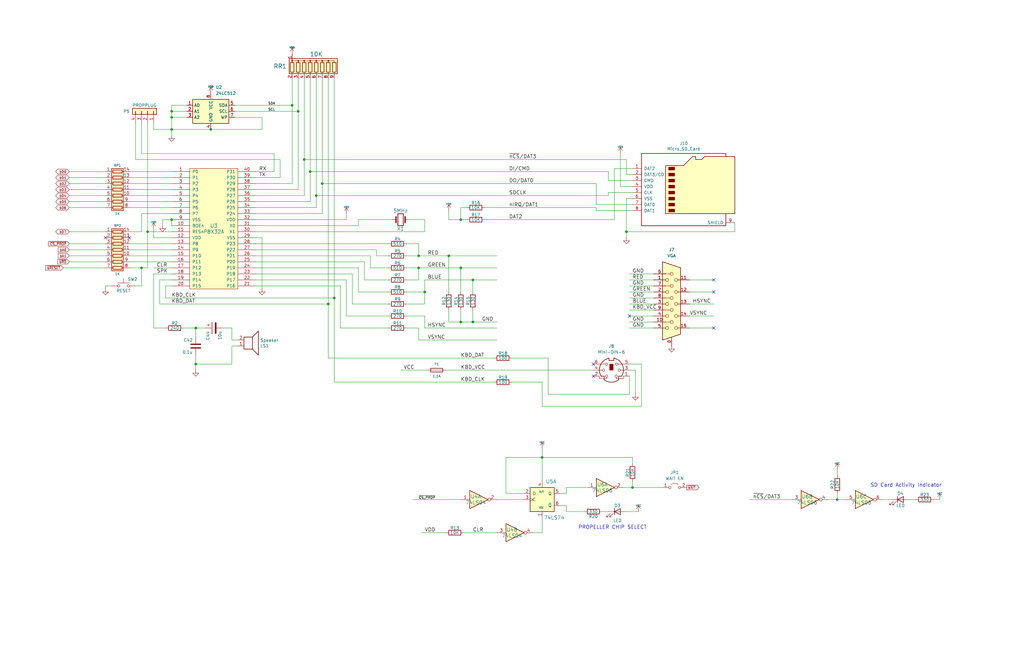
<source format=kicad_sch>
(kicad_sch (version 20211123) (generator eeschema)
  (paper "B")
  (lib_symbols
    (symbol "74xx:74LS04"
      (property "Reference" "U" (at 0 1.27 0))
      (property "Value" "74LS04" (at 0 -1.27 0))
      (symbol "74LS04_1_0"
        (pin input line (at -7.62 0 0) (length 3.81) (name "~") (number "1"))
        (pin output inverted (at 7.62 0 180) (length 3.81) (name "~") (number "2"))
      )
      (symbol "74LS04_2_0"
        (pin input line (at -7.62 0 0) (length 3.81) (name "~") (number "3"))
        (pin output inverted (at 7.62 0 180) (length 3.81) (name "~") (number "4"))
      )
      (symbol "74LS04_3_0"
        (pin input line (at -7.62 0 0) (length 3.81) (name "~") (number "5"))
        (pin output inverted (at 7.62 0 180) (length 3.81) (name "~") (number "6"))
      )
      (symbol "74LS04_4_0"
        (pin output inverted (at 7.62 0 180) (length 3.81) (name "~") (number "8"))
        (pin input line (at -7.62 0 0) (length 3.81) (name "~") (number "9"))
      )
      (symbol "74LS04_5_0"
        (pin output inverted (at 7.62 0 180) (length 3.81) (name "~") (number "10"))
        (pin input line (at -7.62 0 0) (length 3.81) (name "~") (number "11"))
      )
      (symbol "74LS04_6_0"
        (pin output inverted (at 7.62 0 180) (length 3.81) (name "~") (number "12"))
        (pin input line (at -7.62 0 0) (length 3.81) (name "~") (number "13"))
      )
      (symbol "74LS04_7_0"
        (pin power_in line (at 0 12.7 270) (length 5.08) (name "VCC") (number "14"))
        (pin power_in line (at 0 -12.7 90) (length 5.08) (name "GND") (number "7"))
      )
    )
    (symbol "74xx:74LS06" (pin_names (offset 1.016))
      (property "Reference" "U" (at 0 1.27 0))
      (property "Value" "74LS06" (at 0 -1.27 0))
      (symbol "74LS06_1_0"
        (pin input line (at -7.62 0 0) (length 3.81) (name "~") (number "1"))
        (pin open_collector inverted (at 7.62 0 180) (length 3.81) (name "~") (number "2"))
      )
      (symbol "74LS06_2_0"
        (pin input line (at -7.62 0 0) (length 3.81) (name "~") (number "3"))
        (pin open_collector inverted (at 7.62 0 180) (length 3.81) (name "~") (number "4"))
      )
      (symbol "74LS06_3_0"
        (pin input line (at -7.62 0 0) (length 3.81) (name "~") (number "5"))
        (pin open_collector inverted (at 7.62 0 180) (length 3.81) (name "~") (number "6"))
      )
      (symbol "74LS06_4_0"
        (pin open_collector inverted (at 7.62 0 180) (length 3.81) (name "~") (number "8"))
        (pin input line (at -7.62 0 0) (length 3.81) (name "~") (number "9"))
      )
      (symbol "74LS06_5_0"
        (pin open_collector inverted (at 7.62 0 180) (length 3.81) (name "~") (number "10"))
        (pin input line (at -7.62 0 0) (length 3.81) (name "~") (number "11"))
      )
      (symbol "74LS06_6_0"
        (pin open_collector inverted (at 7.62 0 180) (length 3.81) (name "~") (number "12"))
        (pin input line (at -7.62 0 0) (length 3.81) (name "~") (number "13"))
      )
      (symbol "74LS06_7_0"
        (pin power_in line (at 0 12.7 270) (length 5.08) (name "VCC") (number "14"))
        (pin power_in line (at 0 -12.7 90) (length 5.08) (name "GND") (number "7"))
      )
    )
    (symbol "74xx:74LS74" (pin_names (offset 1.016))
      (property "Reference" "U" (at -7.62 8.89 0))
      (property "Value" "74LS74" (at -7.62 -8.89 0))
      (symbol "74LS74_1_0"
        (pin input line (at 0 -7.62 90) (length 2.54) (name "~{R}") (number "1"))
        (pin input line (at -7.62 2.54 0) (length 2.54) (name "D") (number "2"))
        (pin input clock (at -7.62 0 0) (length 2.54) (name "C") (number "3"))
        (pin input line (at 0 7.62 270) (length 2.54) (name "~{S}") (number "4"))
        (pin output line (at 7.62 2.54 180) (length 2.54) (name "Q") (number "5"))
        (pin output line (at 7.62 -2.54 180) (length 2.54) (name "~{Q}") (number "6"))
      )
      (symbol "74LS74_2_0"
        (pin input line (at 0 7.62 270) (length 2.54) (name "~{S}") (number "10"))
        (pin input clock (at -7.62 0 0) (length 2.54) (name "C") (number "11"))
        (pin input line (at -7.62 2.54 0) (length 2.54) (name "D") (number "12"))
        (pin input line (at 0 -7.62 90) (length 2.54) (name "~{R}") (number "13"))
        (pin output line (at 7.62 -2.54 180) (length 2.54) (name "~{Q}") (number "8"))
        (pin output line (at 7.62 2.54 180) (length 2.54) (name "Q") (number "9"))
      )
      (symbol "74LS74_3_0"
        (pin power_in line (at 0 10.16 270) (length 2.54) (name "VCC") (number "14"))
        (pin power_in line (at 0 -10.16 90) (length 2.54) (name "GND") (number "7"))
      )
    )
    (symbol "Connector:DB15_Female_HighDensity_MountingHoles" (pin_names (offset 1.016) hide)
      (property "Reference" "J" (at 0 21.59 0))
      (property "Value" "DB15_Female_HighDensity_MountingHoles" (at 0 19.05 0))
      (symbol "DB15_Female_HighDensity_MountingHoles_1_1"
        (pin passive line (at 0 -17.78 90) (length 3.81) (name "~") (number "0"))
        (pin passive line (at -7.62 10.16 0) (length 5.08) (name "~") (number "1"))
        (pin passive line (at -7.62 -7.62 0) (length 5.08) (name "~") (number "10"))
        (pin passive line (at 7.62 10.16 180) (length 5.08) (name "~") (number "11"))
        (pin passive line (at 7.62 5.08 180) (length 5.08) (name "~") (number "12"))
        (pin passive line (at 7.62 0 180) (length 5.08) (name "~") (number "13"))
        (pin passive line (at 7.62 -5.08 180) (length 5.08) (name "~") (number "14"))
        (pin passive line (at 7.62 -10.16 180) (length 5.08) (name "~") (number "15"))
        (pin passive line (at -7.62 5.08 0) (length 5.08) (name "~") (number "2"))
        (pin passive line (at -7.62 0 0) (length 5.08) (name "~") (number "3"))
        (pin passive line (at -7.62 -5.08 0) (length 5.08) (name "~") (number "4"))
        (pin passive line (at -7.62 -10.16 0) (length 5.08) (name "~") (number "5"))
        (pin passive line (at -7.62 12.7 0) (length 5.08) (name "~") (number "6"))
        (pin passive line (at -7.62 7.62 0) (length 5.08) (name "~") (number "7"))
        (pin passive line (at -7.62 2.54 0) (length 5.08) (name "~") (number "8"))
        (pin passive line (at -7.62 -2.54 0) (length 5.08) (name "~") (number "9"))
      )
    )
    (symbol "Connector:Micro_SD_Card" (pin_names (offset 1.016))
      (property "Reference" "J" (at -16.51 15.24 0))
      (property "Value" "Micro_SD_Card" (at 16.51 15.24 0))
      (symbol "Micro_SD_Card_1_1"
        (pin bidirectional line (at -22.86 7.62 0) (length 3.81) (name "DAT2") (number "1"))
        (pin bidirectional line (at -22.86 5.08 0) (length 3.81) (name "DAT3/CD") (number "2"))
        (pin input line (at -22.86 2.54 0) (length 3.81) (name "CMD") (number "3"))
        (pin power_in line (at -22.86 0 0) (length 3.81) (name "VDD") (number "4"))
        (pin input line (at -22.86 -2.54 0) (length 3.81) (name "CLK") (number "5"))
        (pin power_in line (at -22.86 -5.08 0) (length 3.81) (name "VSS") (number "6"))
        (pin bidirectional line (at -22.86 -7.62 0) (length 3.81) (name "DAT0") (number "7"))
        (pin bidirectional line (at -22.86 -10.16 0) (length 3.81) (name "DAT1") (number "8"))
        (pin passive line (at 20.32 -15.24 180) (length 3.81) (name "SHIELD") (number "9"))
      )
    )
    (symbol "Connector:Mini-DIN-6" (pin_names (offset 1.016))
      (property "Reference" "J" (at 0 6.35 0))
      (property "Value" "Mini-DIN-6" (at 0 -6.35 0))
      (symbol "Mini-DIN-6_1_1"
        (pin passive line (at 7.62 -2.54 180) (length 2.54) (name "~") (number "1"))
        (pin passive line (at -7.62 -2.54 0) (length 2.54) (name "~") (number "2"))
        (pin passive line (at 7.62 0 180) (length 2.54) (name "~") (number "3"))
        (pin passive line (at -7.62 0 0) (length 2.54) (name "~") (number "4"))
        (pin passive line (at 7.62 2.54 180) (length 2.54) (name "~") (number "5"))
        (pin passive line (at -7.62 2.54 0) (length 2.54) (name "~") (number "6"))
      )
    )
    (symbol "Connector_Generic:Conn_01x04" (pin_names (offset 1.016) hide)
      (property "Reference" "J" (at 0 5.08 0))
      (property "Value" "Conn_01x04" (at 0 -7.62 0))
      (symbol "Conn_01x04_1_1"
        (pin passive line (at -5.08 2.54 0) (length 3.81) (name "Pin_1") (number "1"))
        (pin passive line (at -5.08 0 0) (length 3.81) (name "Pin_2") (number "2"))
        (pin passive line (at -5.08 -2.54 0) (length 3.81) (name "Pin_3") (number "3"))
        (pin passive line (at -5.08 -5.08 0) (length 3.81) (name "Pin_4") (number "4"))
      )
    )
    (symbol "Device:C" (pin_numbers hide) (pin_names (offset 0.254))
      (property "Reference" "C" (at 0.635 2.54 0))
      (property "Value" "C" (at 0.635 -2.54 0))
      (symbol "C_1_1"
        (pin passive line (at 0 3.81 270) (length 2.794) (name "~") (number "1"))
        (pin passive line (at 0 -3.81 90) (length 2.794) (name "~") (number "2"))
      )
    )
    (symbol "Device:C_Polarized" (pin_numbers hide) (pin_names (offset 0.254))
      (property "Reference" "C" (at 0.635 2.54 0))
      (property "Value" "C_Polarized" (at 0.635 -2.54 0))
      (symbol "C_Polarized_1_1"
        (pin passive line (at 0 3.81 270) (length 2.794) (name "~") (number "1"))
        (pin passive line (at 0 -3.81 90) (length 2.794) (name "~") (number "2"))
      )
    )
    (symbol "Device:Crystal" (pin_numbers hide) (pin_names (offset 1.016) hide)
      (property "Reference" "Y" (at 0 3.81 0))
      (property "Value" "Crystal" (at 0 -3.81 0))
      (symbol "Crystal_1_1"
        (pin passive line (at -3.81 0 0) (length 1.27) (name "1") (number "1"))
        (pin passive line (at 3.81 0 180) (length 1.27) (name "2") (number "2"))
      )
    )
    (symbol "Device:Fuse" (pin_numbers hide) (pin_names (offset 0))
      (property "Reference" "F" (at 2.032 0 90))
      (property "Value" "Fuse" (at -1.905 0 90))
      (symbol "Fuse_1_1"
        (pin passive line (at 0 3.81 270) (length 1.27) (name "~") (number "1"))
        (pin passive line (at 0 -3.81 90) (length 1.27) (name "~") (number "2"))
      )
    )
    (symbol "Device:LED" (pin_numbers hide) (pin_names (offset 1.016) hide)
      (property "Reference" "D" (at 0 2.54 0))
      (property "Value" "LED" (at 0 -2.54 0))
      (symbol "LED_1_1"
        (pin passive line (at -3.81 0 0) (length 2.54) (name "K") (number "1"))
        (pin passive line (at 3.81 0 180) (length 2.54) (name "A") (number "2"))
      )
    )
    (symbol "Device:R" (pin_numbers hide) (pin_names (offset 0))
      (property "Reference" "R" (at 2.032 0 90))
      (property "Value" "R" (at 0 0 90))
      (symbol "R_1_1"
        (pin passive line (at 0 3.81 270) (length 1.27) (name "~") (number "1"))
        (pin passive line (at 0 -3.81 90) (length 1.27) (name "~") (number "2"))
      )
    )
    (symbol "Device:R_Network08" (pin_names (offset 0) hide)
      (property "Reference" "RN" (at -12.7 0 90))
      (property "Value" "R_Network08" (at 10.16 0 90))
      (symbol "R_Network08_1_1"
        (pin passive line (at -10.16 5.08 270) (length 2.54) (name "common") (number "1"))
        (pin passive line (at -10.16 -5.08 90) (length 1.27) (name "R1") (number "2"))
        (pin passive line (at -7.62 -5.08 90) (length 1.27) (name "R2") (number "3"))
        (pin passive line (at -5.08 -5.08 90) (length 1.27) (name "R3") (number "4"))
        (pin passive line (at -2.54 -5.08 90) (length 1.27) (name "R4") (number "5"))
        (pin passive line (at 0 -5.08 90) (length 1.27) (name "R5") (number "6"))
        (pin passive line (at 2.54 -5.08 90) (length 1.27) (name "R6") (number "7"))
        (pin passive line (at 5.08 -5.08 90) (length 1.27) (name "R7") (number "8"))
        (pin passive line (at 7.62 -5.08 90) (length 1.27) (name "R8") (number "9"))
      )
    )
    (symbol "Device:R_Pack07" (pin_names (offset 0) hide)
      (property "Reference" "RN" (at -10.16 0 90))
      (property "Value" "R_Pack07" (at 10.16 0 90))
      (symbol "R_Pack07_1_1"
        (pin passive line (at -7.62 -5.08 90) (length 2.54) (name "R1.1") (number "1"))
        (pin passive line (at 2.54 5.08 270) (length 2.54) (name "R5.2") (number "10"))
        (pin passive line (at 0 5.08 270) (length 2.54) (name "R4.2") (number "11"))
        (pin passive line (at -2.54 5.08 270) (length 2.54) (name "R3.2") (number "12"))
        (pin passive line (at -5.08 5.08 270) (length 2.54) (name "R2.2") (number "13"))
        (pin passive line (at -7.62 5.08 270) (length 2.54) (name "R1.2") (number "14"))
        (pin passive line (at -5.08 -5.08 90) (length 2.54) (name "R2.1") (number "2"))
        (pin passive line (at -2.54 -5.08 90) (length 2.54) (name "R3.1") (number "3"))
        (pin passive line (at 0 -5.08 90) (length 2.54) (name "R4.1") (number "4"))
        (pin passive line (at 2.54 -5.08 90) (length 2.54) (name "R5.1") (number "5"))
        (pin passive line (at 5.08 -5.08 90) (length 2.54) (name "R6.1") (number "6"))
        (pin passive line (at 7.62 -5.08 90) (length 2.54) (name "R7.1") (number "7"))
        (pin passive line (at 7.62 5.08 270) (length 2.54) (name "R7.2") (number "8"))
        (pin passive line (at 5.08 5.08 270) (length 2.54) (name "R6.2") (number "9"))
      )
    )
    (symbol "Device:Speaker" (pin_names (offset 0) hide)
      (property "Reference" "LS" (at 1.27 5.715 0))
      (property "Value" "Speaker" (at 1.27 3.81 0))
      (symbol "Speaker_1_1"
        (pin input line (at -5.08 0 0) (length 2.54) (name "1") (number "1"))
        (pin input line (at -5.08 -2.54 0) (length 2.54) (name "2") (number "2"))
      )
    )
    (symbol "Jumper:Jumper_2_Open" (pin_names (offset 0) hide)
      (property "Reference" "JP" (at 0 2.794 0))
      (property "Value" "Jumper_2_Open" (at 0 -2.286 0))
      (symbol "Jumper_2_Open_1_1"
        (pin passive line (at -5.08 0 0) (length 2.54) (name "A") (number "1"))
        (pin passive line (at 5.08 0 180) (length 2.54) (name "B") (number "2"))
      )
    )
    (symbol "Memory_EEPROM:24LC512"
      (property "Reference" "U" (at -6.35 6.35 0))
      (property "Value" "24LC512" (at 1.27 6.35 0))
      (symbol "24LC512_1_1"
        (pin input line (at -10.16 2.54 0) (length 2.54) (name "A0") (number "1"))
        (pin input line (at -10.16 0 0) (length 2.54) (name "A1") (number "2"))
        (pin input line (at -10.16 -2.54 0) (length 2.54) (name "A2") (number "3"))
        (pin power_in line (at 0 -7.62 90) (length 2.54) (name "GND") (number "4"))
        (pin bidirectional line (at 10.16 2.54 180) (length 2.54) (name "SDA") (number "5"))
        (pin input line (at 10.16 0 180) (length 2.54) (name "SCL") (number "6"))
        (pin input line (at 10.16 -2.54 180) (length 2.54) (name "WP") (number "7"))
        (pin power_in line (at 0 7.62 270) (length 2.54) (name "VCC") (number "8"))
      )
    )
    (symbol "Propeller:P8X32A" (pin_names (offset 1.016))
      (property "Reference" "U5" (at 0 1.27 0))
      (property "Value" "P8X32A" (at 0 -1.27 0))
      (symbol "P8X32A_1_1"
        (pin input line (at -17.78 24.13 0) (length 7.62) (name "P0") (number "1"))
        (pin input line (at -17.78 1.27 0) (length 7.62) (name "BOEn") (number "10"))
        (pin input line (at -17.78 -1.27 0) (length 7.62) (name "RESn") (number "11"))
        (pin input line (at -17.78 -3.81 0) (length 7.62) (name "VDD") (number "12"))
        (pin input line (at -17.78 -6.35 0) (length 7.62) (name "P8") (number "13"))
        (pin input line (at -17.78 -8.89 0) (length 7.62) (name "P9") (number "14"))
        (pin input line (at -17.78 -11.43 0) (length 7.62) (name "P10") (number "15"))
        (pin input line (at -17.78 -13.97 0) (length 7.62) (name "P11") (number "16"))
        (pin input line (at -17.78 -16.51 0) (length 7.62) (name "P12") (number "17"))
        (pin input line (at -17.78 -19.05 0) (length 7.62) (name "P13") (number "18"))
        (pin input line (at -17.78 -21.59 0) (length 7.62) (name "P14") (number "19"))
        (pin input line (at -17.78 21.59 0) (length 7.62) (name "P1") (number "2"))
        (pin input line (at -17.78 -24.13 0) (length 7.62) (name "P15") (number "20"))
        (pin input line (at 17.78 -24.13 180) (length 7.62) (name "P16") (number "21"))
        (pin input line (at 17.78 -21.59 180) (length 7.62) (name "P17") (number "22"))
        (pin input line (at 17.78 -19.05 180) (length 7.62) (name "P18") (number "23"))
        (pin input line (at 17.78 -16.51 180) (length 7.62) (name "P19") (number "24"))
        (pin input line (at 17.78 -13.97 180) (length 7.62) (name "P20") (number "25"))
        (pin input line (at 17.78 -11.43 180) (length 7.62) (name "P21") (number "26"))
        (pin input line (at 17.78 -8.89 180) (length 7.62) (name "P22") (number "27"))
        (pin input line (at 17.78 -6.35 180) (length 7.62) (name "P23") (number "28"))
        (pin input line (at 17.78 -3.81 180) (length 7.62) (name "VSS") (number "29"))
        (pin input line (at -17.78 19.05 0) (length 7.62) (name "P2") (number "3"))
        (pin input line (at 17.78 -1.27 180) (length 7.62) (name "X1") (number "30"))
        (pin input line (at 17.78 1.27 180) (length 7.62) (name "X0") (number "31"))
        (pin input line (at 17.78 3.81 180) (length 7.62) (name "VDD") (number "32"))
        (pin input line (at 17.78 6.35 180) (length 7.62) (name "P24") (number "33"))
        (pin input line (at 17.78 8.89 180) (length 7.62) (name "P25") (number "34"))
        (pin input line (at 17.78 11.43 180) (length 7.62) (name "P26") (number "35"))
        (pin input line (at 17.78 13.97 180) (length 7.62) (name "P27") (number "36"))
        (pin input line (at 17.78 16.51 180) (length 7.62) (name "P28") (number "37"))
        (pin input line (at 17.78 19.05 180) (length 7.62) (name "P29") (number "38"))
        (pin input line (at 17.78 21.59 180) (length 7.62) (name "P30") (number "39"))
        (pin input line (at -17.78 16.51 0) (length 7.62) (name "P3") (number "4"))
        (pin input line (at 17.78 24.13 180) (length 7.62) (name "P31") (number "40"))
        (pin input line (at -17.78 13.97 0) (length 7.62) (name "P4") (number "5"))
        (pin input line (at -17.78 11.43 0) (length 7.62) (name "P5") (number "6"))
        (pin input line (at -17.78 8.89 0) (length 7.62) (name "P6") (number "7"))
        (pin input line (at -17.78 6.35 0) (length 7.62) (name "P7") (number "8"))
        (pin input line (at -17.78 3.81 0) (length 7.62) (name "VSS") (number "9"))
      )
    )
    (symbol "Switch:SW_Push" (pin_numbers hide) (pin_names (offset 1.016) hide)
      (property "Reference" "SW" (at 1.27 2.54 0))
      (property "Value" "SW_Push" (at 0 -1.524 0))
      (symbol "SW_Push_0_1"
        (pin passive line (at -5.08 0 0) (length 2.54) (name "1") (number "1"))
        (pin passive line (at 5.08 0 180) (length 2.54) (name "2") (number "2"))
      )
    )
    (symbol "power:GND" (power) (pin_names (offset 0))
      (property "Value" "GND" (at 0 -3.81 0))
      (symbol "GND_1_1"
        (pin power_in line (at 0 0 270) (length 0) hide (name "GND") (number "1"))
      )
    )
    (symbol "power:VCC" (power) (pin_names (offset 0))
      (property "Value" "VCC" (at 0 3.81 0))
      (symbol "VCC_1_1"
        (pin power_in line (at 0 0 90) (length 0) hide (name "VCC") (number "1"))
      )
    )
    (symbol "power:VDD" (power) (pin_names (offset 0))
      (property "Value" "VDD" (at 0 3.81 0))
      (symbol "VDD_1_1"
        (pin power_in line (at 0 0 90) (length 0) hide (name "VDD") (number "1"))
      )
    )
  )
  (junction (at 228.6 193.04))
  (junction (at 138.43 128.27))
  (junction (at 179.07 123.19))
  (junction (at 128.27 67.31))
  (junction (at 194.31 92.71))
  (junction (at 189.23 107.95))
  (junction (at 176.53 113.03))
  (junction (at 72.39 46.99))
  (junction (at 123.19 44.45))
  (junction (at 88.9 54.61))
  (junction (at 353.06 210.82))
  (junction (at 194.31 135.89))
  (junction (at 82.55 153.67))
  (junction (at 133.35 82.55))
  (junction (at 176.53 107.95))
  (junction (at 72.39 54.61))
  (junction (at 199.39 118.11))
  (junction (at 199.39 135.89))
  (junction (at 125.73 46.99))
  (junction (at 59.69 113.03))
  (junction (at 266.7 205.74))
  (junction (at 194.31 113.03))
  (junction (at 140.97 125.73))
  (junction (at 264.16 97.79))
  (junction (at 82.55 138.43))
  (junction (at 72.39 49.53))
  (junction (at 72.39 92.71))
  (junction (at 62.23 97.79))
  (junction (at 135.89 77.47))
  (junction (at 130.81 72.39))
  (no_connect (at 54.61 100.33))
  (no_connect (at 300.99 118.11))
  (no_connect (at 44.45 100.33))
  (no_connect (at 250.19 158.75))
  (no_connect (at 250.19 153.67))
  (no_connect (at 300.99 138.43))
  (no_connect (at 265.43 133.35))
  (no_connect (at 300.99 123.19))
  (wire (pts (xy 300.99 128.27) (xy 290.83 128.27)))
  (wire (pts (xy 44.45 80.01) (xy 29.21 80.01)))
  (wire (pts (xy 199.39 118.11) (xy 199.39 123.19)))
  (wire (pts (xy 238.76 215.9) (xy 246.38 215.9)))
  (wire (pts (xy 128.27 67.31) (xy 128.27 82.55)))
  (wire (pts (xy 72.39 49.53) (xy 72.39 54.61)))
  (wire (pts (xy 151.13 113.03) (xy 107.95 113.03)))
  (wire (pts (xy 72.39 74.93) (xy 54.61 74.93)))
  (wire (pts (xy 265.43 138.43) (xy 275.59 138.43)))
  (wire (pts (xy 67.31 128.27) (xy 138.43 128.27)))
  (wire (pts (xy 300.99 123.19) (xy 290.83 123.19)))
  (wire (pts (xy 238.76 205.74) (xy 247.65 205.74)))
  (wire (pts (xy 54.61 77.47) (xy 72.39 77.47)))
  (wire (pts (xy 199.39 118.11) (xy 209.55 118.11)))
  (wire (pts (xy 69.85 120.65) (xy 69.85 125.73)))
  (wire (pts (xy 100.33 143.51) (xy 97.79 143.51)))
  (wire (pts (xy 264.16 73.66) (xy 264.16 67.31)))
  (wire (pts (xy 194.31 92.71) (xy 194.31 87.63)))
  (wire (pts (xy 128.27 33.02) (xy 128.27 67.31)))
  (wire (pts (xy 64.77 138.43) (xy 69.85 138.43)))
  (wire (pts (xy 110.49 100.33) (xy 107.95 100.33)))
  (wire (pts (xy 256.54 72.39) (xy 256.54 76.2)))
  (wire (pts (xy 151.13 123.19) (xy 163.83 123.19)))
  (wire (pts (xy 72.39 54.61) (xy 88.9 54.61)))
  (wire (pts (xy 123.19 33.02) (xy 123.19 44.45)))
  (wire (pts (xy 189.23 135.89) (xy 194.31 135.89)))
  (wire (pts (xy 265.43 156.21) (xy 267.97 156.21)))
  (wire (pts (xy 309.88 93.98) (xy 309.88 97.79)))
  (wire (pts (xy 179.07 138.43) (xy 209.55 138.43)))
  (wire (pts (xy 62.23 113.03) (xy 62.23 97.79)))
  (wire (pts (xy 353.06 208.28) (xy 353.06 210.82)))
  (wire (pts (xy 148.59 128.27) (xy 163.83 128.27)))
  (wire (pts (xy 64.77 54.61) (xy 64.77 52.07)))
  (wire (pts (xy 256.54 81.28) (xy 256.54 82.55)))
  (wire (pts (xy 72.39 80.01) (xy 54.61 80.01)))
  (wire (pts (xy 176.53 143.51) (xy 209.55 143.51)))
  (wire (pts (xy 179.07 92.71) (xy 179.07 97.79)))
  (wire (pts (xy 266.7 205.74) (xy 279.4 205.74)))
  (wire (pts (xy 265.43 125.73) (xy 275.59 125.73)))
  (wire (pts (xy 148.59 115.57) (xy 107.95 115.57)))
  (wire (pts (xy 68.58 95.25) (xy 68.58 92.71)))
  (wire (pts (xy 176.53 113.03) (xy 194.31 113.03)))
  (wire (pts (xy 173.99 210.82) (xy 194.31 210.82)))
  (wire (pts (xy 194.31 92.71) (xy 196.85 92.71)))
  (wire (pts (xy 176.53 118.11) (xy 176.53 113.03)))
  (wire (pts (xy 270.51 171.45) (xy 228.6 171.45)))
  (wire (pts (xy 264.16 215.9) (xy 269.24 215.9)))
  (wire (pts (xy 99.06 46.99) (xy 125.73 46.99)))
  (wire (pts (xy 115.57 64.77) (xy 115.57 72.39)))
  (wire (pts (xy 72.39 44.45) (xy 78.74 44.45)))
  (wire (pts (xy 148.59 128.27) (xy 148.59 115.57)))
  (wire (pts (xy 189.23 130.81) (xy 189.23 135.89)))
  (wire (pts (xy 99.06 49.53) (xy 110.49 49.53)))
  (wire (pts (xy 125.73 33.02) (xy 125.73 46.99)))
  (wire (pts (xy 156.21 107.95) (xy 107.95 107.95)))
  (wire (pts (xy 64.77 138.43) (xy 64.77 115.57)))
  (wire (pts (xy 146.05 92.71) (xy 146.05 90.17)))
  (wire (pts (xy 290.83 138.43) (xy 300.99 138.43)))
  (wire (pts (xy 59.69 120.65) (xy 59.69 113.03)))
  (wire (pts (xy 125.73 46.99) (xy 125.73 80.01)))
  (wire (pts (xy 171.45 123.19) (xy 179.07 123.19)))
  (wire (pts (xy 99.06 44.45) (xy 123.19 44.45)))
  (wire (pts (xy 68.58 92.71) (xy 72.39 92.71)))
  (wire (pts (xy 353.06 210.82) (xy 356.87 210.82)))
  (wire (pts (xy 133.35 33.02) (xy 133.35 82.55)))
  (wire (pts (xy 372.11 210.82) (xy 375.92 210.82)))
  (wire (pts (xy 254 215.9) (xy 256.54 215.9)))
  (wire (pts (xy 138.43 128.27) (xy 138.43 151.13)))
  (wire (pts (xy 123.19 77.47) (xy 107.95 77.47)))
  (wire (pts (xy 110.49 121.92) (xy 110.49 100.33)))
  (wire (pts (xy 261.62 78.74) (xy 261.62 64.77)))
  (wire (pts (xy 349.25 210.82) (xy 353.06 210.82)))
  (wire (pts (xy 118.11 67.31) (xy 118.11 74.93)))
  (wire (pts (xy 194.31 87.63) (xy 196.85 87.63)))
  (wire (pts (xy 228.6 193.04) (xy 266.7 193.04)))
  (wire (pts (xy 265.43 118.11) (xy 275.59 118.11)))
  (wire (pts (xy 107.95 92.71) (xy 146.05 92.71)))
  (wire (pts (xy 393.7 210.82) (xy 396.24 210.82)))
  (wire (pts (xy 44.45 82.55) (xy 29.21 82.55)))
  (wire (pts (xy 88.9 54.61) (xy 110.49 54.61)))
  (wire (pts (xy 189.23 107.95) (xy 189.23 123.19)))
  (wire (pts (xy 265.43 130.81) (xy 275.59 130.81)))
  (wire (pts (xy 156.21 113.03) (xy 156.21 107.95)))
  (wire (pts (xy 54.61 87.63) (xy 72.39 87.63)))
  (wire (pts (xy 54.61 113.03) (xy 59.69 113.03)))
  (wire (pts (xy 199.39 135.89) (xy 209.55 135.89)))
  (wire (pts (xy 171.45 138.43) (xy 176.53 138.43)))
  (wire (pts (xy 176.53 138.43) (xy 176.53 143.51)))
  (wire (pts (xy 187.96 156.21) (xy 250.19 156.21)))
  (wire (pts (xy 72.39 85.09) (xy 54.61 85.09)))
  (wire (pts (xy 265.43 133.35) (xy 275.59 133.35)))
  (wire (pts (xy 59.69 52.07) (xy 59.69 64.77)))
  (wire (pts (xy 224.79 224.79) (xy 228.6 224.79)))
  (wire (pts (xy 231.14 166.37) (xy 231.14 151.13)))
  (wire (pts (xy 54.61 82.55) (xy 72.39 82.55)))
  (wire (pts (xy 151.13 92.71) (xy 165.1 92.71)))
  (wire (pts (xy 72.39 46.99) (xy 72.39 49.53)))
  (wire (pts (xy 189.23 92.71) (xy 189.23 88.9)))
  (wire (pts (xy 82.55 138.43) (xy 82.55 142.24)))
  (wire (pts (xy 143.51 120.65) (xy 107.95 120.65)))
  (wire (pts (xy 29.21 107.95) (xy 44.45 107.95)))
  (wire (pts (xy 44.45 74.93) (xy 29.21 74.93)))
  (wire (pts (xy 171.45 107.95) (xy 176.53 107.95)))
  (wire (pts (xy 179.07 97.79) (xy 107.95 97.79)))
  (wire (pts (xy 143.51 138.43) (xy 163.83 138.43)))
  (wire (pts (xy 64.77 100.33) (xy 72.39 100.33)))
  (wire (pts (xy 168.91 156.21) (xy 180.34 156.21)))
  (wire (pts (xy 107.95 102.87) (xy 163.83 102.87)))
  (wire (pts (xy 194.31 113.03) (xy 194.31 123.19)))
  (wire (pts (xy 72.39 49.53) (xy 78.74 49.53)))
  (wire (pts (xy 140.97 125.73) (xy 69.85 125.73)))
  (wire (pts (xy 153.67 118.11) (xy 153.67 110.49)))
  (wire (pts (xy 82.55 149.86) (xy 82.55 153.67)))
  (wire (pts (xy 72.39 118.11) (xy 67.31 118.11)))
  (wire (pts (xy 171.45 118.11) (xy 176.53 118.11)))
  (wire (pts (xy 140.97 161.29) (xy 208.28 161.29)))
  (wire (pts (xy 215.9 161.29) (xy 228.6 161.29)))
  (wire (pts (xy 266.7 78.74) (xy 261.62 78.74)))
  (wire (pts (xy 266.7 88.9) (xy 251.46 88.9)))
  (wire (pts (xy 236.22 208.28) (xy 238.76 208.28)))
  (wire (pts (xy 59.69 97.79) (xy 54.61 97.79)))
  (wire (pts (xy 238.76 208.28) (xy 238.76 205.74)))
  (wire (pts (xy 146.05 133.35) (xy 146.05 118.11)))
  (wire (pts (xy 290.83 118.11) (xy 300.99 118.11)))
  (wire (pts (xy 290.83 133.35) (xy 300.99 133.35)))
  (wire (pts (xy 156.21 113.03) (xy 163.83 113.03)))
  (wire (pts (xy 213.36 193.04) (xy 228.6 193.04)))
  (wire (pts (xy 29.21 110.49) (xy 44.45 110.49)))
  (wire (pts (xy 171.45 113.03) (xy 176.53 113.03)))
  (wire (pts (xy 44.45 87.63) (xy 29.21 87.63)))
  (wire (pts (xy 171.45 128.27) (xy 179.07 128.27)))
  (wire (pts (xy 266.7 81.28) (xy 256.54 81.28)))
  (wire (pts (xy 209.55 210.82) (xy 220.98 210.82)))
  (wire (pts (xy 265.43 115.57) (xy 275.59 115.57)))
  (wire (pts (xy 228.6 193.04) (xy 228.6 203.2)))
  (wire (pts (xy 72.39 54.61) (xy 72.39 57.15)))
  (wire (pts (xy 309.88 97.79) (xy 264.16 97.79)))
  (wire (pts (xy 72.39 90.17) (xy 59.69 90.17)))
  (wire (pts (xy 118.11 74.93) (xy 107.95 74.93)))
  (wire (pts (xy 77.47 138.43) (xy 82.55 138.43)))
  (wire (pts (xy 265.43 128.27) (xy 275.59 128.27)))
  (wire (pts (xy 266.7 71.12) (xy 259.08 71.12)))
  (wire (pts (xy 93.98 138.43) (xy 97.79 138.43)))
  (wire (pts (xy 133.35 82.55) (xy 133.35 87.63)))
  (wire (pts (xy 179.07 118.11) (xy 199.39 118.11)))
  (wire (pts (xy 189.23 92.71) (xy 194.31 92.71)))
  (wire (pts (xy 140.97 125.73) (xy 140.97 161.29)))
  (wire (pts (xy 135.89 90.17) (xy 107.95 90.17)))
  (wire (pts (xy 204.47 92.71) (xy 259.08 92.71)))
  (wire (pts (xy 97.79 146.05) (xy 97.79 153.67)))
  (wire (pts (xy 72.39 115.57) (xy 64.77 115.57)))
  (wire (pts (xy 29.21 105.41) (xy 44.45 105.41)))
  (wire (pts (xy 251.46 86.36) (xy 251.46 77.47)))
  (wire (pts (xy 238.76 213.36) (xy 238.76 215.9)))
  (wire (pts (xy 265.43 120.65) (xy 275.59 120.65)))
  (wire (pts (xy 135.89 33.02) (xy 135.89 77.47)))
  (wire (pts (xy 44.45 97.79) (xy 29.21 97.79)))
  (wire (pts (xy 72.39 120.65) (xy 69.85 120.65)))
  (wire (pts (xy 195.58 224.79) (xy 209.55 224.79)))
  (wire (pts (xy 265.43 158.75) (xy 265.43 166.37)))
  (wire (pts (xy 266.7 83.82) (xy 264.16 83.82)))
  (wire (pts (xy 158.75 105.41) (xy 158.75 107.95)))
  (wire (pts (xy 228.6 218.44) (xy 228.6 224.79)))
  (wire (pts (xy 153.67 110.49) (xy 107.95 110.49)))
  (wire (pts (xy 133.35 82.55) (xy 256.54 82.55)))
  (wire (pts (xy 176.53 102.87) (xy 176.53 107.95)))
  (wire (pts (xy 267.97 156.21) (xy 267.97 166.37)))
  (wire (pts (xy 213.36 193.04) (xy 213.36 208.28)))
  (wire (pts (xy 204.47 87.63) (xy 251.46 87.63)))
  (wire (pts (xy 143.51 138.43) (xy 143.51 120.65)))
  (wire (pts (xy 72.39 92.71) (xy 72.39 95.25)))
  (wire (pts (xy 146.05 118.11) (xy 107.95 118.11)))
  (wire (pts (xy 54.61 72.39) (xy 72.39 72.39)))
  (wire (pts (xy 59.69 90.17) (xy 59.69 97.79)))
  (wire (pts (xy 151.13 123.19) (xy 151.13 113.03)))
  (wire (pts (xy 194.31 130.81) (xy 194.31 135.89)))
  (wire (pts (xy 153.67 118.11) (xy 163.83 118.11)))
  (wire (pts (xy 130.81 85.09) (xy 107.95 85.09)))
  (wire (pts (xy 67.31 118.11) (xy 67.31 128.27)))
  (wire (pts (xy 62.23 97.79) (xy 62.23 52.07)))
  (wire (pts (xy 316.23 210.82) (xy 334.01 210.82)))
  (wire (pts (xy 72.39 44.45) (xy 72.39 46.99)))
  (wire (pts (xy 82.55 138.43) (xy 86.36 138.43)))
  (wire (pts (xy 72.39 46.99) (xy 78.74 46.99)))
  (wire (pts (xy 72.39 97.79) (xy 62.23 97.79)))
  (wire (pts (xy 44.45 72.39) (xy 29.21 72.39)))
  (wire (pts (xy 251.46 88.9) (xy 251.46 87.63)))
  (wire (pts (xy 138.43 33.02) (xy 138.43 128.27)))
  (wire (pts (xy 199.39 130.81) (xy 199.39 135.89)))
  (wire (pts (xy 64.77 54.61) (xy 72.39 54.61)))
  (wire (pts (xy 72.39 105.41) (xy 54.61 105.41)))
  (wire (pts (xy 265.43 153.67) (xy 270.51 153.67)))
  (wire (pts (xy 57.15 52.07) (xy 57.15 67.31)))
  (wire (pts (xy 236.22 213.36) (xy 238.76 213.36)))
  (wire (pts (xy 215.9 151.13) (xy 231.14 151.13)))
  (wire (pts (xy 265.43 166.37) (xy 231.14 166.37)))
  (wire (pts (xy 44.45 120.65) (xy 46.99 120.65)))
  (wire (pts (xy 115.57 72.39) (xy 107.95 72.39)))
  (wire (pts (xy 171.45 133.35) (xy 179.07 133.35)))
  (wire (pts (xy 220.98 208.28) (xy 213.36 208.28)))
  (wire (pts (xy 125.73 80.01) (xy 107.95 80.01)))
  (wire (pts (xy 266.7 193.04) (xy 266.7 195.58)))
  (wire (pts (xy 135.89 77.47) (xy 135.89 90.17)))
  (wire (pts (xy 138.43 151.13) (xy 208.28 151.13)))
  (wire (pts (xy 172.72 92.71) (xy 179.07 92.71)))
  (wire (pts (xy 123.19 44.45) (xy 123.19 77.47)))
  (wire (pts (xy 140.97 33.02) (xy 140.97 125.73)))
  (wire (pts (xy 82.55 153.67) (xy 97.79 153.67)))
  (wire (pts (xy 130.81 72.39) (xy 130.81 85.09)))
  (wire (pts (xy 228.6 171.45) (xy 228.6 161.29)))
  (wire (pts (xy 151.13 95.25) (xy 151.13 92.71)))
  (wire (pts (xy 133.35 87.63) (xy 107.95 87.63)))
  (wire (pts (xy 107.95 95.25) (xy 151.13 95.25)))
  (wire (pts (xy 59.69 64.77) (xy 115.57 64.77)))
  (wire (pts (xy 158.75 107.95) (xy 163.83 107.95)))
  (wire (pts (xy 179.07 118.11) (xy 179.07 123.19)))
  (wire (pts (xy 57.15 67.31) (xy 118.11 67.31)))
  (wire (pts (xy 97.79 143.51) (xy 97.79 138.43)))
  (wire (pts (xy 44.45 77.47) (xy 29.21 77.47)))
  (wire (pts (xy 265.43 135.89) (xy 275.59 135.89)))
  (wire (pts (xy 264.16 83.82) (xy 264.16 97.79)))
  (wire (pts (xy 262.89 205.74) (xy 266.7 205.74)))
  (wire (pts (xy 171.45 102.87) (xy 176.53 102.87)))
  (wire (pts (xy 176.53 107.95) (xy 189.23 107.95)))
  (wire (pts (xy 266.7 203.2) (xy 266.7 205.74)))
  (wire (pts (xy 130.81 72.39) (xy 256.54 72.39)))
  (wire (pts (xy 54.61 107.95) (xy 72.39 107.95)))
  (wire (pts (xy 228.6 189.23) (xy 228.6 193.04)))
  (wire (pts (xy 189.23 107.95) (xy 209.55 107.95)))
  (wire (pts (xy 57.15 120.65) (xy 59.69 120.65)))
  (wire (pts (xy 59.69 113.03) (xy 62.23 113.03)))
  (wire (pts (xy 259.08 71.12) (xy 259.08 92.71)))
  (wire (pts (xy 266.7 73.66) (xy 264.16 73.66)))
  (wire (pts (xy 128.27 82.55) (xy 107.95 82.55)))
  (wire (pts (xy 128.27 67.31) (xy 264.16 67.31)))
  (wire (pts (xy 72.39 110.49) (xy 54.61 110.49)))
  (wire (pts (xy 54.61 102.87) (xy 72.39 102.87)))
  (wire (pts (xy 72.39 113.03) (xy 64.77 113.03)))
  (wire (pts (xy 146.05 133.35) (xy 163.83 133.35)))
  (wire (pts (xy 265.43 123.19) (xy 275.59 123.19)))
  (wire (pts (xy 353.06 198.12) (xy 353.06 200.66)))
  (wire (pts (xy 130.81 33.02) (xy 130.81 72.39)))
  (wire (pts (xy 44.45 85.09) (xy 29.21 85.09)))
  (wire (pts (xy 135.89 77.47) (xy 251.46 77.47)))
  (wire (pts (xy 82.55 153.67) (xy 82.55 156.21)))
  (wire (pts (xy 383.54 210.82) (xy 386.08 210.82)))
  (wire (pts (xy 26.67 113.03) (xy 44.45 113.03)))
  (wire (pts (xy 177.8 224.79) (xy 187.96 224.79)))
  (wire (pts (xy 44.45 102.87) (xy 29.21 102.87)))
  (wire (pts (xy 110.49 54.61) (xy 110.49 49.53)))
  (wire (pts (xy 264.16 97.79) (xy 264.16 100.33)))
  (wire (pts (xy 100.33 146.05) (xy 97.79 146.05)))
  (wire (pts (xy 194.31 113.03) (xy 209.55 113.03)))
  (wire (pts (xy 256.54 76.2) (xy 266.7 76.2)))
  (wire (pts (xy 179.07 133.35) (xy 179.07 138.43)))
  (wire (pts (xy 64.77 96.52) (xy 64.77 100.33)))
  (wire (pts (xy 251.46 86.36) (xy 266.7 86.36)))
  (wire (pts (xy 44.45 120.65) (xy 44.45 121.92)))
  (wire (pts (xy 107.95 105.41) (xy 158.75 105.41)))
  (wire (pts (xy 179.07 123.19) (xy 179.07 128.27)))
  (wire (pts (xy 270.51 153.67) (xy 270.51 171.45)))
  (wire (pts (xy 194.31 135.89) (xy 199.39 135.89)))
  (text "PROPELLER CHIP SELECT" (at 243.84 223.52 0) (effects (font (size 1.524 1.524)) (justify left bottom)))
  (text "SD Card Activity Indicator" (at 367.03 205.74 0) (effects (font (size 1.524 1.524)) (justify left bottom)))
  (label "CLR" (at 199.39 224.79 0) (effects (font (size 1.524 1.524))))
  (label "~{nCS}/DAT3" (at 214.63 67.31 0) (effects (font (size 1.524 1.524))))
  (label "GND" (at 266.7 125.73 0) (effects (font (size 1.524 1.524))))
  (label "GND" (at 266.7 138.43 0) (effects (font (size 1.524 1.524))))
  (label "DI/CMD" (at 214.63 72.39 0) (effects (font (size 1.524 1.524))))
  (label "KBD_DAT" (at 72.39 128.27 0) (effects (font (size 1.524 1.524))))
  (label "KBD_CLK" (at 72.39 125.73 0) (effects (font (size 1.524 1.524))))
  (label "GND" (at 266.7 120.65 0) (effects (font (size 1.524 1.524))))
  (label "~{nCS}/DAT3" (at 317.5 210.82 0) (effects (font (size 1.524 1.524))))
  (label "GREEN" (at 180.34 113.03 0) (effects (font (size 1.524 1.524))))
  (label "nIRQ/DAT1" (at 214.63 87.63 0) (effects (font (size 1.524 1.524))))
  (label "SCL" (at 113.03 46.99 0) (effects (font (size 1.016 1.016))))
  (label "GND" (at 203.2 135.89 0) (effects (font (size 1.524 1.524))))
  (label "SDA" (at 113.03 44.45 0) (effects (font (size 1.016 1.016))))
  (label "DAT2" (at 214.63 92.71 0) (effects (font (size 1.524 1.524))))
  (label "RX" (at 109.22 72.39 0) (effects (font (size 1.524 1.524))))
  (label "DO/DAT0" (at 214.63 77.47 0) (effects (font (size 1.524 1.524))))
  (label "VSYNC" (at 180.34 143.51 0) (effects (font (size 1.524 1.524))))
  (label "GND" (at 266.7 115.57 0) (effects (font (size 1.524 1.524))))
  (label "BLUE" (at 180.34 118.11 0) (effects (font (size 1.524 1.524))))
  (label "SDCLK" (at 214.63 82.55 0) (effects (font (size 1.524 1.524))))
  (label "KBD_VCC" (at 266.7 130.81 0) (effects (font (size 1.524 1.524))))
  (label "HSYNC" (at 292.1 128.27 0) (effects (font (size 1.524 1.524))))
  (label "HSYNC" (at 180.34 138.43 0) (effects (font (size 1.524 1.524))))
  (label "CLR" (at 66.04 113.03 0) (effects (font (size 1.524 1.524))))
  (label "GREEN" (at 266.7 123.19 0) (effects (font (size 1.524 1.524))))
  (label "BLUE" (at 266.7 128.27 0) (effects (font (size 1.524 1.524))))
  (label "VSYNC" (at 290.83 133.35 0) (effects (font (size 1.524 1.524))))
  (label "~{CS_PROP}" (at 176.53 210.82 0) (effects (font (size 1.016 1.016))))
  (label "RED" (at 180.34 107.95 0) (effects (font (size 1.524 1.524))))
  (label "VDD" (at 179.07 224.79 0) (effects (font (size 1.524 1.524))))
  (label "TX" (at 109.22 74.93 0) (effects (font (size 1.524 1.524))))
  (label "RED" (at 266.7 118.11 0) (effects (font (size 1.524 1.524))))
  (label "KBD_DAT" (at 194.31 151.13 0) (effects (font (size 1.524 1.524))))
  (label "VCC" (at 170.18 156.21 0) (effects (font (size 1.524 1.524))))
  (label "SPK" (at 66.04 115.57 0) (effects (font (size 1.524 1.524))))
  (label "GND" (at 266.7 135.89 0) (effects (font (size 1.524 1.524))))
  (label "KBD_VCC" (at 194.31 156.21 0) (effects (font (size 1.524 1.524))))
  (label "KBD_CLK" (at 194.31 161.29 0) (effects (font (size 1.524 1.524))))
  (global_label "~{WAIT}" (shape output) (at 289.56 205.74 0) (effects (font (size 1.016 1.016))) (property "Intersheet References" "${INTERSHEET_REFS}" (effects hide)))
  (global_label "bA0" (shape input) (at 29.21 105.41 180) (effects (font (size 1.016 1.016))) (property "Intersheet References" "${INTERSHEET_REFS}" (effects hide)))
  (global_label "bD6" (shape bidirectional) (at 29.21 87.63 180) (effects (font (size 1.016 1.016))) (property "Intersheet References" "${INTERSHEET_REFS}" (effects hide)))
  (global_label "bD2" (shape bidirectional) (at 29.21 77.47 180) (effects (font (size 1.016 1.016))) (property "Intersheet References" "${INTERSHEET_REFS}" (effects hide)))
  (global_label "bD0" (shape bidirectional) (at 29.21 72.39 180) (effects (font (size 1.016 1.016))) (property "Intersheet References" "${INTERSHEET_REFS}" (effects hide)))
  (global_label "bA1" (shape input) (at 29.21 107.95 180) (effects (font (size 1.016 1.016))) (property "Intersheet References" "${INTERSHEET_REFS}" (effects hide)))
  (global_label "~{bRESET}" (shape input) (at 26.67 113.03 180) (effects (font (size 1.016 1.016))) (property "Intersheet References" "${INTERSHEET_REFS}" (effects hide)))
  (global_label "~{CS_PROP}" (shape input) (at 29.21 102.87 180) (effects (font (size 1.016 1.016))) (property "Intersheet References" "${INTERSHEET_REFS}" (effects hide)))
  (global_label "bD3" (shape bidirectional) (at 29.21 80.01 180) (effects (font (size 1.016 1.016))) (property "Intersheet References" "${INTERSHEET_REFS}" (effects hide)))
  (global_label "~{bRD}" (shape input) (at 29.21 110.49 180) (effects (font (size 1.016 1.016))) (property "Intersheet References" "${INTERSHEET_REFS}" (effects hide)))
  (global_label "bD1" (shape bidirectional) (at 29.21 74.93 180) (effects (font (size 1.016 1.016))) (property "Intersheet References" "${INTERSHEET_REFS}" (effects hide)))
  (global_label "bD4" (shape bidirectional) (at 29.21 82.55 180) (effects (font (size 1.016 1.016))) (property "Intersheet References" "${INTERSHEET_REFS}" (effects hide)))
  (global_label "bD7" (shape bidirectional) (at 29.21 97.79 180) (effects (font (size 1.016 1.016))) (property "Intersheet References" "${INTERSHEET_REFS}" (effects hide)))
  (global_label "bD5" (shape bidirectional) (at 29.21 85.09 180) (effects (font (size 1.016 1.016))) (property "Intersheet References" "${INTERSHEET_REFS}" (effects hide)))
  (symbol (lib_id "power:VCC") (at 228.6 189.23 0) (unit 1)
    (property "Reference" "#PWR022" (effects hide))
    (property "Value" "VCC" (at 228.6 186.69 0) (effects (font (size 0.762 0.762))))
  )
  (symbol (lib_id "74xx:74LS74") (at 228.6 210.82 0) (unit 1)
    (property "Reference" "U5" (at 232.41 203.2 0) (effects (font (size 1.524 1.524))))
    (property "Value" "74LS74" (at 233.68 218.44 0) (effects (font (size 1.524 1.524))))
    (property "Footprint" "Package_DIP:DIP-14_W7.62mm" (effects hide))
    (property "Datasheet" "74xx/74hc_hct74.pdf" (effects hide))
  )
  (symbol (lib_id "74xx:74LS04") (at 201.93 210.82 0) (unit 1)
    (property "Reference" "U4" (at 200.66 209.55 0) (effects (font (size 1.524 1.524))))
    (property "Value" "74LS04" (at 200.66 212.09 0) (effects (font (size 1.524 1.524))))
    (property "Footprint" "Package_DIP:DIP-14_W7.62mm" (effects hide))
    (property "Datasheet" "http://www.ti.com/lit/gpn/sn74LS04" (effects hide))
  )
  (symbol (lib_id "74xx:74LS06") (at 255.27 205.74 0) (unit 1)
    (property "Reference" "U6" (at 254 204.47 0) (effects (font (size 1.524 1.524))))
    (property "Value" "74LS06" (at 254 207.01 0) (effects (font (size 1.524 1.524))))
    (property "Footprint" "Package_DIP:DIP-14_W7.62mm" (effects hide))
    (property "Datasheet" "http://www.ti.com/lit/gpn/sn74LS06" (effects hide))
  )
  (symbol (lib_id "74xx:74LS04") (at 217.17 224.79 0) (unit 2)
    (property "Reference" "U4" (at 215.9 223.52 0) (effects (font (size 1.524 1.524))))
    (property "Value" "74LS04" (at 215.9 226.06 0) (effects (font (size 1.524 1.524))))
    (property "Footprint" "Package_DIP:DIP-14_W7.62mm" (effects hide))
    (property "Datasheet" "http://www.ti.com/lit/gpn/sn74LS04" (effects hide))
  )
  (symbol (lib_id "Device:R") (at 199.39 127 180) (unit 1)
    (property "Reference" "R15" (at 197.358 127 90))
    (property "Value" "130" (at 199.39 127 90))
    (property "Footprint" "Resistor_THT:R_Axial_DIN0207_L6.3mm_D2.5mm_P7.62mm_Horizontal" (effects hide))
  )
  (symbol (lib_id "Device:R") (at 194.31 127 180) (unit 1)
    (property "Reference" "R14" (at 192.278 127 90))
    (property "Value" "130" (at 194.31 127 90))
    (property "Footprint" "Resistor_THT:R_Axial_DIN0207_L6.3mm_D2.5mm_P7.62mm_Horizontal" (effects hide))
  )
  (symbol (lib_id "Device:R") (at 189.23 127 180) (unit 1)
    (property "Reference" "R12" (at 187.198 127 90))
    (property "Value" "130" (at 189.23 127 90))
    (property "Footprint" "Resistor_THT:R_Axial_DIN0207_L6.3mm_D2.5mm_P7.62mm_Horizontal" (effects hide))
  )
  (symbol (lib_id "Device:Fuse") (at 184.15 156.21 90) (unit 1)
    (property "Reference" "F1" (at 184.15 153.67 90) (effects (font (size 1.016 1.016))))
    (property "Value" "1.1A" (at 184.15 158.75 90) (effects (font (size 1.016 1.016))))
    (property "Footprint" "Fuse:Fuse_Littelfuse_395Series" (effects hide))
  )
  (symbol (lib_id "Device:R") (at 200.66 92.71 90) (unit 1)
    (property "Reference" "R17" (at 200.66 90.678 90))
    (property "Value" "10K" (at 200.66 92.71 90))
    (property "Footprint" "Resistor_THT:R_Axial_DIN0207_L6.3mm_D2.5mm_P7.62mm_Horizontal" (effects hide))
  )
  (symbol (lib_id "Connector_Generic:Conn_01x04") (at 62.23 46.99 270) (mirror x) (unit 1)
    (property "Reference" "P5" (at 53.34 46.99 90))
    (property "Value" "PROPPLUG" (at 60.96 44.45 90))
    (property "Footprint" "Connector_PinHeader_2.54mm:PinHeader_1x04_P2.54mm_Vertical" (effects hide))
  )
  (symbol (lib_id "Device:R") (at 200.66 87.63 90) (unit 1)
    (property "Reference" "R16" (at 200.66 85.598 90))
    (property "Value" "10K" (at 200.66 87.63 90))
    (property "Footprint" "Resistor_THT:R_Axial_DIN0207_L6.3mm_D2.5mm_P7.62mm_Horizontal" (effects hide))
  )
  (symbol (lib_id "Device:R") (at 353.06 204.47 0) (mirror y) (unit 1)
    (property "Reference" "R22" (at 351.028 204.47 90))
    (property "Value" "10K" (at 353.06 204.47 90))
    (property "Footprint" "Resistor_THT:R_Axial_DIN0207_L6.3mm_D2.5mm_P7.62mm_Horizontal" (effects hide))
  )
  (symbol (lib_id "74xx:74LS06") (at 364.49 210.82 0) (unit 3)
    (property "Reference" "U6" (at 363.22 209.55 0) (effects (font (size 1.524 1.524))))
    (property "Value" "74LS06" (at 363.22 212.09 0) (effects (font (size 1.524 1.524))))
    (property "Footprint" "Package_DIP:DIP-14_W7.62mm" (effects hide))
    (property "Datasheet" "http://www.ti.com/lit/gpn/sn74LS06" (effects hide))
  )
  (symbol (lib_id "74xx:74LS06") (at 341.63 210.82 0) (unit 2)
    (property "Reference" "U6" (at 340.36 209.55 0) (effects (font (size 1.524 1.524))))
    (property "Value" "74LS06" (at 340.36 212.09 0) (effects (font (size 1.524 1.524))))
    (property "Footprint" "Package_DIP:DIP-14_W7.62mm" (effects hide))
    (property "Datasheet" "http://www.ti.com/lit/gpn/sn74LS06" (effects hide))
  )
  (symbol (lib_id "Device:C") (at 82.55 146.05 0) (mirror y) (unit 1)
    (property "Reference" "C42" (at 81.28 143.51 0) (effects (justify left)))
    (property "Value" "0.1u" (at 81.28 148.59 0) (effects (justify left)))
    (property "Footprint" "Capacitor_THT:C_Disc_D5.0mm_W2.5mm_P5.00mm" (effects hide))
  )
  (symbol (lib_id "Device:R") (at 73.66 138.43 270) (mirror x) (unit 1)
    (property "Reference" "R2" (at 73.66 136.398 90))
    (property "Value" "240" (at 73.66 138.43 90))
    (property "Footprint" "Resistor_THT:R_Axial_DIN0207_L6.3mm_D2.5mm_P7.62mm_Horizontal" (effects hide))
  )
  (symbol (lib_id "power:GND") (at 82.55 156.21 0) (mirror y) (unit 1)
    (property "Reference" "#PWR016" (effects hide))
    (property "Value" "GND" (effects hide))
  )
  (symbol (lib_id "power:VDD") (at 189.23 88.9 0) (unit 1)
    (property "Reference" "#PWR021" (effects hide))
    (property "Value" "VDD" (at 189.23 86.106 0) (effects (font (size 0.762 0.762))))
  )
  (symbol (lib_id "Device:C_Polarized") (at 90.17 138.43 90) (mirror x) (unit 1)
    (property "Reference" "C44" (at 87.63 139.7 0) (effects (justify left)))
    (property "Value" "10u" (at 92.71 139.7 0) (effects (justify left)))
    (property "Footprint" "Capacitor_THT:CP_Radial_D5.0mm_P2.50mm" (effects hide))
  )
  (symbol (lib_id "power:VDD") (at 146.05 90.17 0) (unit 1)
    (property "Reference" "#PWR020" (effects hide))
    (property "Value" "VDD" (at 146.05 87.376 0) (effects (font (size 0.762 0.762))))
  )
  (symbol (lib_id "Device:R") (at 212.09 161.29 90) (unit 1)
    (property "Reference" "R19" (at 212.09 159.258 90))
    (property "Value" "100" (at 212.09 161.29 90))
    (property "Footprint" "Resistor_THT:R_Axial_DIN0207_L6.3mm_D2.5mm_P7.62mm_Horizontal" (effects hide))
  )
  (symbol (lib_id "Device:R") (at 212.09 151.13 90) (unit 1)
    (property "Reference" "R18" (at 212.09 149.098 90))
    (property "Value" "100" (at 212.09 151.13 90))
    (property "Footprint" "Resistor_THT:R_Axial_DIN0207_L6.3mm_D2.5mm_P7.62mm_Horizontal" (effects hide))
  )
  (symbol (lib_id "power:VDD") (at 123.19 22.86 0) (unit 1)
    (property "Reference" "#PWR019" (effects hide))
    (property "Value" "VDD" (at 123.19 20.066 0) (effects (font (size 0.762 0.762))))
  )
  (symbol (lib_id "Device:R_Network08") (at 133.35 27.94 0) (unit 1)
    (property "Reference" "RR1" (at 118.11 27.94 0) (effects (font (size 1.778 1.778))))
    (property "Value" "10K" (at 133.35 22.86 0) (effects (font (size 1.778 1.778))))
    (property "Footprint" "Resistor_THT:R_Array_SIP9" (effects hide))
    (property "Datasheet" "http://www.vishay.com/docs/31509/csc.pdf" (effects hide))
  )
  (symbol (lib_id "power:GND") (at 72.39 57.15 0) (unit 1)
    (property "Reference" "#PWR015" (effects hide))
    (property "Value" "GND" (effects hide))
  )
  (symbol (lib_id "power:GND") (at 110.49 121.92 0) (unit 1)
    (property "Reference" "#PWR018" (effects hide))
    (property "Value" "GND" (effects hide))
  )
  (symbol (lib_id "Device:Crystal") (at 168.91 92.71 180) (unit 1)
    (property "Reference" "X1" (at 168.91 96.52 0) (effects (font (size 1.524 1.524))))
    (property "Value" "5MHz" (at 168.91 88.9 0) (effects (font (size 1.524 1.524))))
    (property "Footprint" "Crystal:Crystal_HC49-4H_Vertical" (effects hide))
  )
  (symbol (lib_id "Device:R") (at 167.64 133.35 90) (unit 1)
    (property "Reference" "R10" (at 167.64 131.318 90))
    (property "Value" "270" (at 167.64 133.35 90))
    (property "Footprint" "Resistor_THT:R_Axial_DIN0207_L6.3mm_D2.5mm_P7.62mm_Horizontal" (effects hide))
  )
  (symbol (lib_id "Device:R") (at 167.64 128.27 90) (unit 1)
    (property "Reference" "R9" (at 167.64 126.238 90))
    (property "Value" "270" (at 167.64 128.27 90))
    (property "Footprint" "Resistor_THT:R_Axial_DIN0207_L6.3mm_D2.5mm_P7.62mm_Horizontal" (effects hide))
  )
  (symbol (lib_id "Device:R") (at 167.64 123.19 90) (unit 1)
    (property "Reference" "R8" (at 167.64 121.158 90))
    (property "Value" "510" (at 167.64 123.19 90))
    (property "Footprint" "Resistor_THT:R_Axial_DIN0207_L6.3mm_D2.5mm_P7.62mm_Horizontal" (effects hide))
  )
  (symbol (lib_id "Device:R") (at 167.64 118.11 90) (unit 1)
    (property "Reference" "R7" (at 167.64 116.078 90))
    (property "Value" "270" (at 167.64 118.11 90))
    (property "Footprint" "Resistor_THT:R_Axial_DIN0207_L6.3mm_D2.5mm_P7.62mm_Horizontal" (effects hide))
  )
  (symbol (lib_id "Device:R") (at 167.64 113.03 90) (unit 1)
    (property "Reference" "R6" (at 167.64 110.998 90))
    (property "Value" "510" (at 167.64 113.03 90))
    (property "Footprint" "Resistor_THT:R_Axial_DIN0207_L6.3mm_D2.5mm_P7.62mm_Horizontal" (effects hide))
  )
  (symbol (lib_id "Device:R") (at 167.64 107.95 90) (unit 1)
    (property "Reference" "R5" (at 167.64 105.918 90))
    (property "Value" "270" (at 167.64 107.95 90))
    (property "Footprint" "Resistor_THT:R_Axial_DIN0207_L6.3mm_D2.5mm_P7.62mm_Horizontal" (effects hide))
  )
  (symbol (lib_id "Device:R") (at 167.64 102.87 90) (unit 1)
    (property "Reference" "R4" (at 167.64 100.838 90))
    (property "Value" "510" (at 167.64 102.87 90))
    (property "Footprint" "Resistor_THT:R_Axial_DIN0207_L6.3mm_D2.5mm_P7.62mm_Horizontal" (effects hide))
  )
  (symbol (lib_id "power:GND") (at 68.58 95.25 0) (unit 1)
    (property "Reference" "#PWR014" (effects hide))
    (property "Value" "GND" (effects hide))
  )
  (symbol (lib_id "power:VDD") (at 64.77 96.52 0) (unit 1)
    (property "Reference" "#PWR012" (effects hide))
    (property "Value" "VDD" (at 64.77 93.726 0) (effects (font (size 0.762 0.762))))
  )
  (symbol (lib_id "Device:R") (at 167.64 138.43 90) (unit 1)
    (property "Reference" "R11" (at 167.64 136.398 90))
    (property "Value" "270" (at 167.64 138.43 90))
    (property "Footprint" "Resistor_THT:R_Axial_DIN0207_L6.3mm_D2.5mm_P7.62mm_Horizontal" (effects hide))
  )
  (symbol (lib_id "Propeller:P8X32A") (at 90.17 96.52 0) (unit 1)
    (property "Reference" "U3" (at 90.17 95.25 0) (effects (font (size 1.524 1.524))))
    (property "Value" "P8X32A" (at 90.17 97.79 0) (effects (font (size 1.524 1.524))))
    (property "Footprint" "Package_DIP:DIP-40_W15.24mm" (effects hide))
  )
  (symbol (lib_id "power:VCC") (at 396.24 210.82 0) (unit 1)
    (property "Reference" "#PWR028" (effects hide))
    (property "Value" "VCC" (at 396.24 208.28 0) (effects (font (size 0.762 0.762))))
  )
  (symbol (lib_id "Device:R_Pack07") (at 49.53 80.01 270) (unit 1)
    (property "Reference" "RP1" (at 49.53 69.85 90) (effects (font (size 1.016 1.016))))
    (property "Value" "1K" (at 49.53 90.17 90) (effects (font (size 1.016 1.016))))
    (property "Footprint" "Package_DIP:DIP-14_W7.62mm" (effects hide))
  )
  (symbol (lib_id "Device:R_Pack07") (at 49.53 105.41 270) (unit 1)
    (property "Reference" "RP2" (at 49.53 95.25 90) (effects (font (size 1.016 1.016))))
    (property "Value" "1K" (at 49.53 115.57 90) (effects (font (size 1.016 1.016))))
    (property "Footprint" "Package_DIP:DIP-14_W7.62mm" (effects hide))
  )
  (symbol (lib_id "Device:R") (at 266.7 199.39 0) (mirror y) (unit 1)
    (property "Reference" "R21" (at 264.668 199.39 90))
    (property "Value" "10K" (at 266.7 199.39 90))
    (property "Footprint" "Resistor_THT:R_Axial_DIN0207_L6.3mm_D2.5mm_P7.62mm_Horizontal" (effects hide))
  )
  (symbol (lib_id "power:VDD") (at 88.9 39.37 0) (unit 1)
    (property "Reference" "#PWR017" (effects hide))
    (property "Value" "VDD" (at 88.9 36.576 0) (effects (font (size 0.762 0.762))))
  )
  (symbol (lib_id "Device:R") (at 389.89 210.82 270) (mirror x) (unit 1)
    (property "Reference" "R23" (at 389.89 208.788 90))
    (property "Value" "330" (at 389.89 210.82 90))
    (property "Footprint" "Resistor_THT:R_Axial_DIN0207_L6.3mm_D2.5mm_P7.62mm_Horizontal" (effects hide))
  )
  (symbol (lib_id "Device:R") (at 250.19 215.9 90) (mirror x) (unit 1)
    (property "Reference" "R20" (at 250.19 217.932 90))
    (property "Value" "330" (at 250.19 215.9 90))
    (property "Footprint" "Resistor_THT:R_Axial_DIN0207_L6.3mm_D2.5mm_P7.62mm_Horizontal" (effects hide))
  )
  (symbol (lib_id "power:VCC") (at 269.24 215.9 0) (unit 1)
    (property "Reference" "#PWR026" (effects hide))
    (property "Value" "VCC" (at 269.24 213.36 0) (effects (font (size 0.762 0.762))))
  )
  (symbol (lib_id "Switch:SW_Push") (at 52.07 120.65 0) (unit 1)
    (property "Reference" "SW2" (at 55.88 117.856 0))
    (property "Value" "RESET" (at 52.07 122.682 0))
    (property "Footprint" "Button_Switch_THT:SW_PUSH_6mm" (effects hide))
  )
  (symbol (lib_id "power:GND") (at 44.45 121.92 0) (unit 1)
    (property "Reference" "#PWR06" (effects hide))
    (property "Value" "GND" (effects hide))
  )
  (symbol (lib_id "power:VCC") (at 353.06 198.12 0) (unit 1)
    (property "Reference" "#PWR027" (effects hide))
    (property "Value" "VCC" (at 353.06 195.58 0) (effects (font (size 0.762 0.762))))
  )
  (symbol (lib_id "power:GND") (at 267.97 166.37 0) (unit 1)
    (property "Reference" "#PWR023" (effects hide))
    (property "Value" "GND" (effects hide))
  )
  (symbol (lib_id "Connector:Micro_SD_Card") (at 289.56 78.74 0) (unit 1)
    (property "Reference" "J10" (at 288.29 60.5282 0))
    (property "Value" "Micro_SD_Card" (at 288.29 62.8396 0))
    (property "Footprint" "Connector_Card:microSD_HC_Molex_104031-0811" (effects hide))
    (property "Datasheet" "http://katalog.we-online.de/em/datasheet/693072010801.pdf" (effects hide))
  )
  (symbol (lib_id "Device:Speaker") (at 105.41 146.05 0) (mirror x) (unit 1)
    (property "Reference" "LS1" (at 109.728 145.9484 0) (effects (justify left)))
    (property "Value" "Speaker" (at 109.728 143.637 0) (effects (justify left)))
    (property "Footprint" "Buzzer_Beeper:MagneticBuzzer_StarMicronics_HMB-06_HMB-12" (effects hide))
  )
  (symbol (lib_id "Device:R") (at 191.77 224.79 90) (unit 1)
    (property "Reference" "R13" (at 191.77 222.758 90))
    (property "Value" "10K" (at 191.77 224.79 90))
    (property "Footprint" "Resistor_THT:R_Axial_DIN0207_L6.3mm_D2.5mm_P7.62mm_Horizontal" (effects hide))
  )
  (symbol (lib_id "Device:LED") (at 260.35 215.9 0) (unit 1)
    (property "Reference" "D3" (at 260.35 213.36 0))
    (property "Value" "LED" (at 260.35 219.71 0))
    (property "Footprint" "LED_THT:LED_D3.0mm_Horizontal_O3.81mm_Z2.0mm" (effects hide))
  )
  (symbol (lib_id "Device:LED") (at 379.73 210.82 0) (unit 1)
    (property "Reference" "D4" (at 379.73 208.28 0))
    (property "Value" "LED" (at 379.73 213.36 0))
    (property "Footprint" "LED_THT:LED_D3.0mm_Horizontal_O3.81mm_Z2.0mm" (effects hide))
  )
  (symbol (lib_id "power:GND") (at 264.16 100.33 0) (unit 1)
    (property "Reference" "#PWR025" (effects hide))
    (property "Value" "GND" (effects hide))
  )
  (symbol (lib_id "power:VDD") (at 261.62 64.77 0) (unit 1)
    (property "Reference" "#PWR024" (effects hide))
    (property "Value" "VDD" (at 261.62 61.976 0) (effects (font (size 0.762 0.762))))
  )
  (symbol (lib_id "Memory_EEPROM:24LC512") (at 88.9 46.99 0) (unit 1)
    (property "Reference" "U2" (at 90.9194 36.83 0) (effects (justify left)))
    (property "Value" "24LC512" (at 90.9194 39.37 0) (effects (justify left)))
    (property "Footprint" "Package_DIP:DIP-8_W7.62mm" (effects hide))
    (property "Datasheet" "http://ww1.microchip.com/downloads/en/DeviceDoc/21754M.pdf" (effects hide))
  )
  (symbol (lib_id "Connector:DB15_Female_HighDensity_MountingHoles") (at 283.21 128.27 0) (unit 1)
    (property "Reference" "J7" (at 283.21 105.41 0))
    (property "Value" "VGA" (at 283.21 107.95 0))
    (property "Footprint" "Connector_Dsub:DSUB-15-HD_Female_Horizontal_P2.29x1.98mm_EdgePinOffset3.03mm_Housed_MountingHolesOffset4.94mm" (effects hide))
    (property "Datasheet" " ~" (effects hide))
  )
  (symbol (lib_id "Jumper:Jumper_2_Open") (at 284.48 205.74 0) (unit 1)
    (property "Reference" "JP1" (at 284.48 199.39 0))
    (property "Value" "WAIT EN" (at 284.48 201.93 0))
    (property "Footprint" "Connector_PinHeader_2.54mm:PinHeader_1x02_P2.54mm_Vertical" (effects hide))
  )
  (symbol (lib_id "Connector:Mini-DIN-6") (at 257.81 156.21 0) (unit 1)
    (property "Reference" "J8" (at 257.8277 146.05 0))
    (property "Value" "Mini-DIN-6" (at 257.8277 148.59 0))
    (property "Footprint" "mini-din:mini-din6-female" (effects hide))
    (property "Datasheet" "http://service.powerdynamics.com/ec/Catalog17/Section%2011.pdf" (effects hide))
  )
  (symbol (lib_id "power:GND") (at 283.21 146.05 0) (unit 1)
    (property "Reference" "#PWR0105" (effects hide))
    (property "Value" "GND" (effects hide))
  )
)
</source>
